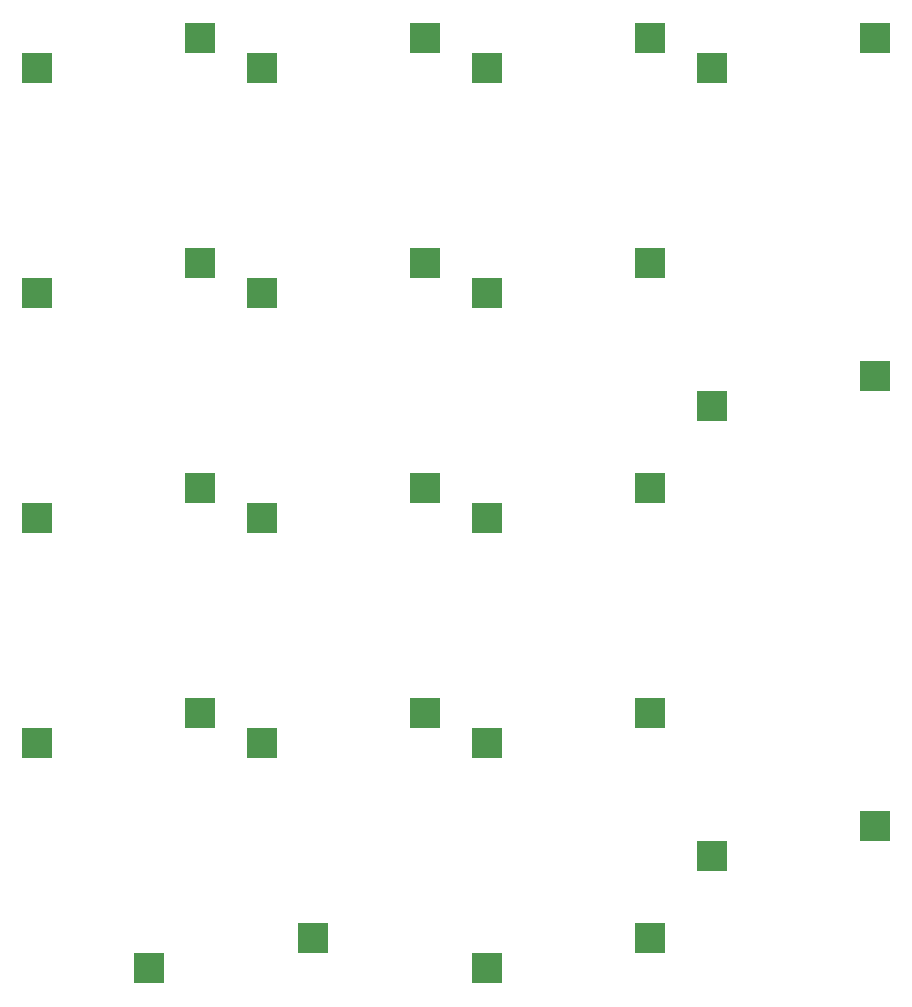
<source format=gbp>
G04 #@! TF.GenerationSoftware,KiCad,Pcbnew,(5.1.10)-1*
G04 #@! TF.CreationDate,2023-01-23T12:40:00+01:00*
G04 #@! TF.ProjectId,numpad,6e756d70-6164-42e6-9b69-6361645f7063,rev?*
G04 #@! TF.SameCoordinates,Original*
G04 #@! TF.FileFunction,Paste,Bot*
G04 #@! TF.FilePolarity,Positive*
%FSLAX46Y46*%
G04 Gerber Fmt 4.6, Leading zero omitted, Abs format (unit mm)*
G04 Created by KiCad (PCBNEW (5.1.10)-1) date 2023-01-23 12:40:00*
%MOMM*%
%LPD*%
G01*
G04 APERTURE LIST*
%ADD10R,2.550000X2.500000*%
G04 APERTURE END LIST*
D10*
X120233750Y-121285000D03*
X134083750Y-118745000D03*
X120233750Y-83185000D03*
X134083750Y-80645000D03*
X91658750Y-121285000D03*
X105508750Y-118745000D03*
X139283750Y-111760000D03*
X153133750Y-109220000D03*
X139283750Y-73660000D03*
X153133750Y-71120000D03*
X82133750Y-45085000D03*
X95983750Y-42545000D03*
X82133750Y-64135000D03*
X95983750Y-61595000D03*
X139283750Y-45085000D03*
X153133750Y-42545000D03*
X120233750Y-45085000D03*
X134083750Y-42545000D03*
X101183750Y-45085000D03*
X115033750Y-42545000D03*
X120233750Y-64135000D03*
X134083750Y-61595000D03*
X101183750Y-64135000D03*
X115033750Y-61595000D03*
X101183750Y-83185000D03*
X115033750Y-80645000D03*
X82133750Y-83185000D03*
X95983750Y-80645000D03*
X120233750Y-102235000D03*
X134083750Y-99695000D03*
X101183750Y-102235000D03*
X115033750Y-99695000D03*
X82133750Y-102235000D03*
X95983750Y-99695000D03*
M02*

</source>
